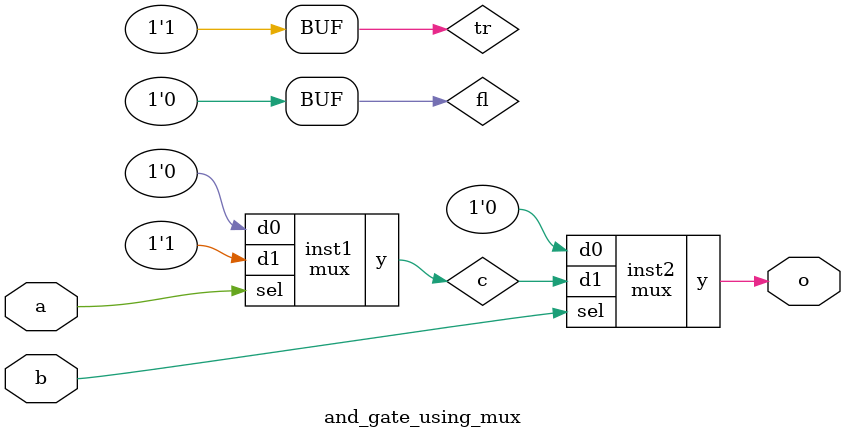
<source format=sv>

module mux
(
  input  d0, d1,
  input  sel,
  output y
);

  assign y = sel ? d1 : d0;

endmodule

//----------------------------------------------------------------------------
// Task
//----------------------------------------------------------------------------

module and_gate_using_mux
(
    input  a,
    input  b,
    output o
);

  // Task:
  // Implement and gate using instance(s) of mux,
  // constants 0 and 1, and wire connections
  wire tr = 1;
  wire fl = 0;
  
  logic c;
  
  /*
                 b
        a     0 -|
  0 ---|         | -- o
       | --- c --|
  1 ---|
  */

  mux inst1 (fl, tr, a, c);

  mux inst2 (fl, c, b, o);

endmodule

</source>
